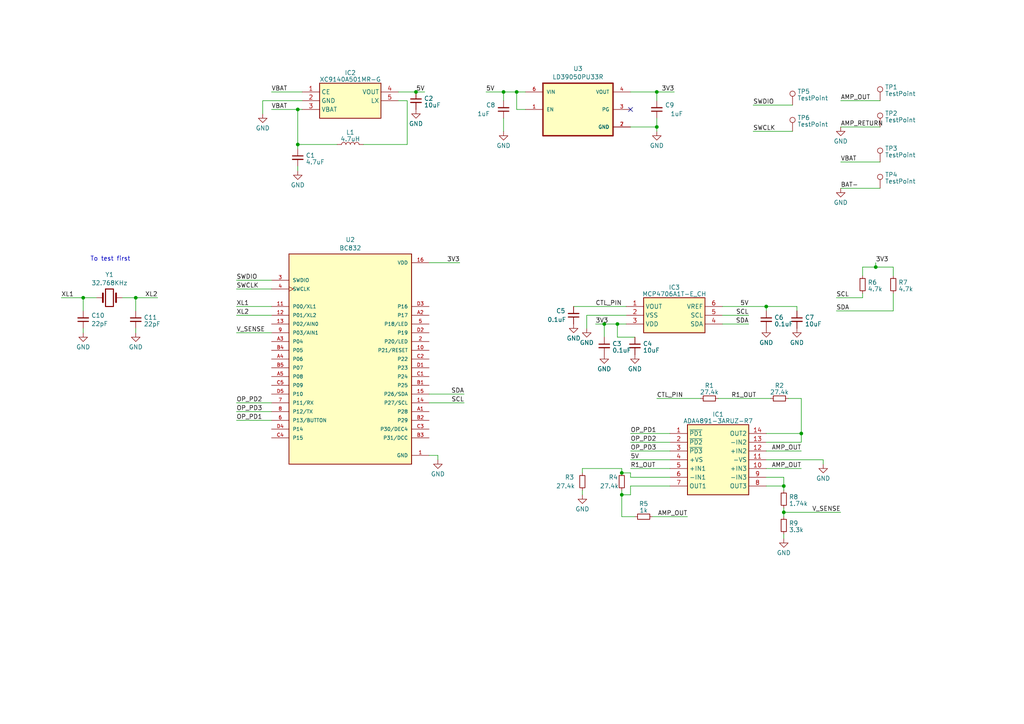
<source format=kicad_sch>
(kicad_sch (version 20231120) (generator "eeschema") (generator_version "8.0")
  (paper "A4")
  (lib_symbols
    (symbol "Connector:TestPoint" (pin_numbers hide) (pin_names (offset 0.762) hide)
      (property "Reference" "TP" (at 0 6.858 0))
      (property "Value" "TestPoint" (at 0 5.08 0))
      (symbol "TestPoint_0_1"
        (circle (center 0 3.302) (radius 0.762))
      )
      (symbol "TestPoint_1_1"
        (pin passive line (at 0 0 90) (length 2.54) (name "1") (number "1"))
      )
    )
    (symbol "Custom:ADA4891-3ARUZ-R7"
      (property "Reference" "IC" (at 24.13 7.62 0))
      (property "Value" "ADA4891-3ARUZ-R7" (at 24.13 5.08 0))
      (symbol "ADA4891-3ARUZ-R7_1_1"
        (rectangle (start 5.08 2.54) (end 22.86 -17.78) (stroke (width 0.254)) (fill (type background)))
        (pin passive line (at 0 0 0) (length 5.08) (name "~{PD1}") (number "1"))
        (pin passive line (at 27.94 -10.16 180) (length 5.08) (name "+IN3") (number "10"))
        (pin passive line (at 27.94 -7.62 180) (length 5.08) (name "-VS") (number "11"))
        (pin passive line (at 27.94 -5.08 180) (length 5.08) (name "+IN2") (number "12"))
        (pin passive line (at 27.94 -2.54 180) (length 5.08) (name "-IN2") (number "13"))
        (pin passive line (at 27.94 0 180) (length 5.08) (name "OUT2") (number "14"))
        (pin passive line (at 0 -2.54 0) (length 5.08) (name "~{PD2}") (number "2"))
        (pin passive line (at 0 -5.08 0) (length 5.08) (name "~{PD3}") (number "3"))
        (pin passive line (at 0 -7.62 0) (length 5.08) (name "+VS") (number "4"))
        (pin passive line (at 0 -10.16 0) (length 5.08) (name "+IN1") (number "5"))
        (pin passive line (at 0 -12.7 0) (length 5.08) (name "-IN1") (number "6"))
        (pin passive line (at 0 -15.24 0) (length 5.08) (name "OUT1") (number "7"))
        (pin passive line (at 27.94 -15.24 180) (length 5.08) (name "OUT3") (number "8"))
        (pin passive line (at 27.94 -12.7 180) (length 5.08) (name "-IN3") (number "9"))
      )
    )
    (symbol "Custom:MCP4706A1T-E_CH"
      (property "Reference" "IC" (at 24.13 7.62 0))
      (property "Value" "MCP4706A1T-E_CH" (at 24.13 5.08 0))
      (symbol "MCP4706A1T-E_CH_1_1"
        (rectangle (start 5.08 2.54) (end 22.86 -7.62) (stroke (width 0.254)) (fill (type background)))
        (pin passive line (at 0 0 0) (length 5.08) (name "VOUT") (number "1"))
        (pin passive line (at 0 -2.54 0) (length 5.08) (name "VSS") (number "2"))
        (pin passive line (at 0 -5.08 0) (length 5.08) (name "VDD") (number "3"))
        (pin passive line (at 27.94 -5.08 180) (length 5.08) (name "SDA") (number "4"))
        (pin passive line (at 27.94 -2.54 180) (length 5.08) (name "SCL") (number "5"))
        (pin passive line (at 27.94 0 180) (length 5.08) (name "VREF") (number "6"))
      )
    )
    (symbol "Custom:XC9140A501MR-G"
      (property "Reference" "IC" (at 24.13 7.62 0))
      (property "Value" "XC9140A501MR-G" (at 24.13 5.08 0))
      (symbol "XC9140A501MR-G_1_1"
        (rectangle (start 5.08 2.54) (end 22.86 -7.62) (stroke (width 0.254)) (fill (type background)))
        (pin passive line (at 0 0 0) (length 5.08) (name "CE") (number "1"))
        (pin passive line (at 0 -2.54 0) (length 5.08) (name "GND") (number "2"))
        (pin passive line (at 0 -5.08 0) (length 5.08) (name "VBAT") (number "3"))
        (pin passive line (at 27.94 0 180) (length 5.08) (name "VOUT") (number "4"))
        (pin passive line (at 27.94 -2.54 180) (length 5.08) (name "LX") (number "5"))
      )
    )
    (symbol "Device:C_Small" (pin_numbers hide) (pin_names (offset 0.254) hide)
      (property "Reference" "C" (at 0.254 1.778 0))
      (property "Value" "C_Small" (at 0.254 -2.032 0))
      (symbol "C_Small_0_1"
        (polyline (pts (xy -1.524 -0.508) (xy 1.524 -0.508)) (stroke (width 0.3302)))
        (polyline (pts (xy -1.524 0.508) (xy 1.524 0.508)) (stroke (width 0.3048)))
      )
      (symbol "C_Small_1_1"
        (pin passive line (at 0 2.54 270) (length 2.032) (name "~") (number "1"))
        (pin passive line (at 0 -2.54 90) (length 2.032) (name "~") (number "2"))
      )
    )
    (symbol "Device:Crystal" (pin_numbers hide) (pin_names (offset 1.016) hide)
      (property "Reference" "Y" (at 0 3.81 0))
      (property "Value" "Crystal" (at 0 -3.81 0))
      (symbol "Crystal_0_1"
        (rectangle (start -1.143 2.54) (end 1.143 -2.54) (stroke (width 0.3048)))
        (polyline (pts (xy -2.54 0) (xy -1.905 0)))
        (polyline (pts (xy -1.905 -1.27) (xy -1.905 1.27)) (stroke (width 0.508)))
        (polyline (pts (xy 1.905 -1.27) (xy 1.905 1.27)) (stroke (width 0.508)))
        (polyline (pts (xy 2.54 0) (xy 1.905 0)))
      )
      (symbol "Crystal_1_1"
        (pin passive line (at -3.81 0 0) (length 1.27) (name "1") (number "1"))
        (pin passive line (at 3.81 0 180) (length 1.27) (name "2") (number "2"))
      )
    )
    (symbol "Device:L" (pin_numbers hide) (pin_names (offset 1.016) hide)
      (property "Reference" "L" (at -1.27 0 90))
      (property "Value" "L" (at 1.905 0 90))
      (symbol "L_0_1"
        (arc (start 0 -2.54) (mid 0.6323 -1.905) (end 0 -1.27))
        (arc (start 0 -1.27) (mid 0.6323 -0.635) (end 0 0))
        (arc (start 0 0) (mid 0.6323 0.635) (end 0 1.27))
        (arc (start 0 1.27) (mid 0.6323 1.905) (end 0 2.54))
      )
      (symbol "L_1_1"
        (pin passive line (at 0 3.81 270) (length 1.27) (name "1") (number "1"))
        (pin passive line (at 0 -3.81 90) (length 1.27) (name "2") (number "2"))
      )
    )
    (symbol "Device:R_Small" (pin_numbers hide) (pin_names (offset 0.254) hide)
      (property "Reference" "R" (at 0.762 0.508 0))
      (property "Value" "R_Small" (at 0.762 -1.016 0))
      (symbol "R_Small_0_1"
        (rectangle (start -0.762 1.778) (end 0.762 -1.778) (stroke (width 0.2032)))
      )
      (symbol "R_Small_1_1"
        (pin passive line (at 0 2.54 270) (length 0.762) (name "~") (number "1"))
        (pin passive line (at 0 -2.54 90) (length 0.762) (name "~") (number "2"))
      )
    )
    (symbol "custom:BC832" (pin_names (offset 1.016))
      (property "Reference" "U" (at -17.78 30.988 0))
      (property "Value" "BC832" (at -17.78 -33.02 0))
      (symbol "BC832_0_0"
        (rectangle (start -17.78 -30.48) (end 17.78 30.48) (stroke (width 0.254)) (fill (type background)))
        (pin power_in line (at 22.86 -27.94 180) (length 5.08) (name "GND") (number "1"))
        (pin bidirectional line (at 22.86 2.54 180) (length 5.08) (name "P21/RESET") (number "10"))
        (pin bidirectional line (at -22.86 15.24 0) (length 5.08) (name "P00/XL1") (number "11"))
        (pin bidirectional line (at -22.86 12.7 0) (length 5.08) (name "P01/XL2") (number "12"))
        (pin bidirectional line (at -22.86 10.16 0) (length 5.08) (name "P02/AIN0") (number "13"))
        (pin bidirectional line (at 22.86 -12.7 180) (length 5.08) (name "P27/SCL") (number "14"))
        (pin bidirectional line (at 22.86 -10.16 180) (length 5.08) (name "P26/SDA") (number "15"))
        (pin power_in line (at 22.86 27.94 180) (length 5.08) (name "VDD") (number "16"))
        (pin bidirectional line (at 22.86 5.08 180) (length 5.08) (name "P20/LED") (number "2"))
        (pin bidirectional line (at -22.86 22.86 0) (length 5.08) (name "SWDIO") (number "3"))
        (pin bidirectional clock (at -22.86 20.32 0) (length 5.08) (name "SWCLK") (number "4"))
        (pin bidirectional line (at 22.86 10.16 180) (length 5.08) (name "P18/LED") (number "5"))
        (pin bidirectional line (at -22.86 -17.78 0) (length 5.08) (name "P13/BUTTON") (number "6"))
        (pin bidirectional line (at -22.86 -12.7 0) (length 5.08) (name "P11/RX") (number "7"))
        (pin bidirectional line (at -22.86 -15.24 0) (length 5.08) (name "P12/TX") (number "8"))
        (pin bidirectional line (at -22.86 7.62 0) (length 5.08) (name "P03/AIN1") (number "9"))
        (pin bidirectional line (at 22.86 -15.24 180) (length 5.08) (name "P28") (number "A1"))
        (pin bidirectional line (at 22.86 12.7 180) (length 5.08) (name "P17") (number "A2"))
        (pin bidirectional line (at -22.86 5.08 0) (length 5.08) (name "P04") (number "A3"))
        (pin bidirectional line (at -22.86 0 0) (length 5.08) (name "P06") (number "A4"))
        (pin bidirectional line (at -22.86 -5.08 0) (length 5.08) (name "P08") (number "A5"))
        (pin bidirectional line (at 22.86 -7.62 180) (length 5.08) (name "P25") (number "B1"))
        (pin bidirectional line (at 22.86 -17.78 180) (length 5.08) (name "P29") (number "B2"))
        (pin bidirectional line (at 22.86 -22.86 180) (length 5.08) (name "P31/DCC") (number "B3"))
        (pin bidirectional line (at -22.86 2.54 0) (length 5.08) (name "P05") (number "B4"))
        (pin bidirectional line (at -22.86 -2.54 0) (length 5.08) (name "P07") (number "B5"))
        (pin bidirectional line (at 22.86 -5.08 180) (length 5.08) (name "P24") (number "C1"))
        (pin bidirectional line (at 22.86 0 180) (length 5.08) (name "P22") (number "C2"))
        (pin bidirectional line (at 22.86 -20.32 180) (length 5.08) (name "P30/DEC4") (number "C3"))
        (pin bidirectional line (at -22.86 -22.86 0) (length 5.08) (name "P15") (number "C4"))
        (pin bidirectional line (at -22.86 -7.62 0) (length 5.08) (name "P09") (number "C5"))
        (pin bidirectional line (at 22.86 -2.54 180) (length 5.08) (name "P23") (number "D1"))
        (pin bidirectional line (at 22.86 7.62 180) (length 5.08) (name "P19") (number "D2"))
        (pin bidirectional line (at 22.86 15.24 180) (length 5.08) (name "P16") (number "D3"))
        (pin bidirectional line (at -22.86 -20.32 0) (length 5.08) (name "P14") (number "D4"))
        (pin bidirectional line (at -22.86 -10.16 0) (length 5.08) (name "P10") (number "D5"))
      )
    )
    (symbol "custom:LD39050PU33R" (pin_names (offset 1.016))
      (property "Reference" "U" (at -10.16 8.6106 0))
      (property "Value" "LD39050PU33R" (at -10.16 -11.6078 0))
      (symbol "LD39050PU33R_0_0"
        (rectangle (start -10.16 7.62) (end 10.16 -7.62) (stroke (width 0.4064)) (fill (type background)))
        (pin input line (at -15.24 0 0) (length 5.08) (name "EN") (number "1"))
        (pin power_in line (at 15.24 -5.08 180) (length 5.08) (name "GND") (number "2"))
        (pin bidirectional line (at 15.24 0 180) (length 5.08) (name "PG") (number "3"))
        (pin output line (at 15.24 5.08 180) (length 5.08) (name "VOUT") (number "4"))
        (pin power_in line (at -15.24 5.08 0) (length 5.08) (name "VIN") (number "6"))
        (pin power_in line (at 15.24 -5.08 180) (length 5.08) (name "GND") (number "7"))
      )
    )
    (symbol "power:GND" (power) (pin_names (offset 0))
      (property "Value" "GND" (at 0 -3.81 0))
      (symbol "GND_0_1"
        (polyline (pts (xy 0 0) (xy 0 -1.27) (xy 1.27 -1.27) (xy 0 -2.54) (xy -1.27 -1.27) (xy 0 -1.27)))
      )
      (symbol "GND_1_1"
        (pin power_in line (at 0 0 270) (length 0) hide (name "GND") (number "1"))
      )
    )
  )
  (junction (at 222.25 88.9))
  (junction (at 175.26 93.98))
  (junction (at 180.34 143.51))
  (junction (at 86.36 41.91))
  (junction (at 86.36 31.75))
  (junction (at 146.05 26.67))
  (junction (at 227.33 140.97))
  (junction (at 120.65 26.67))
  (junction (at 190.5 36.83))
  (junction (at 179.07 93.98))
  (junction (at 24.13 86.36))
  (junction (at 232.41 125.73))
  (junction (at 39.37 86.36))
  (junction (at 149.86 26.67))
  (junction (at 190.5 26.67))
  (junction (at 227.33 148.59))
  (junction (at 254 77.47))
  (junction (at 180.34 137.16))
  (no_connect (at 182.88 31.75))
  (wire (pts (xy 168.91 135.89) (xy 180.34 135.89)))
  (wire (pts (xy 68.58 81.28) (xy 78.74 81.28)))
  (wire (pts (xy 168.91 135.89) (xy 168.91 137.16)))
  (wire (pts (xy 182.88 128.27) (xy 194.31 128.27)))
  (wire (pts (xy 175.26 97.79) (xy 175.26 93.98)))
  (wire (pts (xy 222.25 88.9) (xy 222.25 90.17)))
  (wire (pts (xy 209.55 88.9) (xy 222.25 88.9)))
  (wire (pts (xy 166.37 88.9) (xy 181.61 88.9)))
  (wire (pts (xy 39.37 95.25) (xy 39.37 96.52)))
  (wire (pts (xy 78.74 121.92) (xy 68.58 121.92)))
  (wire (pts (xy 243.84 46.99) (xy 255.27 46.99)))
  (wire (pts (xy 227.33 147.32) (xy 227.33 148.59)))
  (wire (pts (xy 182.88 26.67) (xy 190.5 26.67)))
  (wire (pts (xy 182.88 143.51) (xy 182.88 140.97)))
  (wire (pts (xy 182.88 36.83) (xy 190.5 36.83)))
  (wire (pts (xy 17.78 86.36) (xy 24.13 86.36)))
  (wire (pts (xy 118.11 29.21) (xy 115.57 29.21)))
  (wire (pts (xy 39.37 86.36) (xy 35.56 86.36)))
  (wire (pts (xy 190.5 26.67) (xy 195.58 26.67)))
  (wire (pts (xy 181.61 91.44) (xy 170.18 91.44)))
  (wire (pts (xy 254 77.47) (xy 259.08 77.47)))
  (wire (pts (xy 250.19 85.09) (xy 250.19 86.36)))
  (wire (pts (xy 232.41 125.73) (xy 222.25 125.73)))
  (wire (pts (xy 175.26 93.98) (xy 179.07 93.98)))
  (wire (pts (xy 209.55 93.98) (xy 217.17 93.98)))
  (wire (pts (xy 118.11 41.91) (xy 118.11 29.21)))
  (wire (pts (xy 222.25 140.97) (xy 227.33 140.97)))
  (wire (pts (xy 146.05 38.1) (xy 146.05 34.29)))
  (wire (pts (xy 146.05 26.67) (xy 146.05 29.21)))
  (wire (pts (xy 238.76 134.62) (xy 238.76 133.35)))
  (wire (pts (xy 190.5 115.57) (xy 203.2 115.57)))
  (wire (pts (xy 78.74 119.38) (xy 68.58 119.38)))
  (wire (pts (xy 190.5 36.83) (xy 190.5 34.29)))
  (wire (pts (xy 222.25 135.89) (xy 232.41 135.89)))
  (wire (pts (xy 24.13 95.25) (xy 24.13 96.52)))
  (wire (pts (xy 105.41 41.91) (xy 118.11 41.91)))
  (wire (pts (xy 228.6 115.57) (xy 232.41 115.57)))
  (wire (pts (xy 222.25 88.9) (xy 231.14 88.9)))
  (wire (pts (xy 127 132.08) (xy 127 133.35)))
  (wire (pts (xy 170.18 91.44) (xy 170.18 95.25)))
  (wire (pts (xy 180.34 149.86) (xy 180.34 143.51)))
  (wire (pts (xy 149.86 26.67) (xy 146.05 26.67)))
  (wire (pts (xy 190.5 38.1) (xy 190.5 36.83)))
  (wire (pts (xy 182.88 138.43) (xy 182.88 137.16)))
  (wire (pts (xy 146.05 26.67) (xy 140.97 26.67)))
  (wire (pts (xy 231.14 88.9) (xy 231.14 90.17)))
  (wire (pts (xy 180.34 143.51) (xy 182.88 143.51)))
  (wire (pts (xy 86.36 43.18) (xy 86.36 41.91)))
  (wire (pts (xy 68.58 88.9) (xy 78.74 88.9)))
  (wire (pts (xy 227.33 154.94) (xy 227.33 156.21)))
  (wire (pts (xy 86.36 31.75) (xy 87.63 31.75)))
  (wire (pts (xy 184.15 97.79) (xy 179.07 97.79)))
  (wire (pts (xy 182.88 133.35) (xy 194.31 133.35)))
  (wire (pts (xy 259.08 77.47) (xy 259.08 80.01)))
  (wire (pts (xy 232.41 128.27) (xy 232.41 125.73)))
  (wire (pts (xy 182.88 135.89) (xy 194.31 135.89)))
  (wire (pts (xy 180.34 142.24) (xy 180.34 143.51)))
  (wire (pts (xy 180.34 149.86) (xy 184.15 149.86)))
  (wire (pts (xy 218.44 38.1) (xy 229.87 38.1)))
  (wire (pts (xy 78.74 31.75) (xy 86.36 31.75)))
  (wire (pts (xy 222.25 130.81) (xy 232.41 130.81)))
  (wire (pts (xy 78.74 116.84) (xy 68.58 116.84)))
  (wire (pts (xy 190.5 26.67) (xy 190.5 29.21)))
  (wire (pts (xy 218.44 30.48) (xy 229.87 30.48)))
  (wire (pts (xy 250.19 77.47) (xy 250.19 80.01)))
  (wire (pts (xy 86.36 48.26) (xy 86.36 49.53)))
  (wire (pts (xy 242.57 90.17) (xy 259.08 90.17)))
  (wire (pts (xy 172.72 93.98) (xy 175.26 93.98)))
  (wire (pts (xy 250.19 77.47) (xy 254 77.47)))
  (wire (pts (xy 124.46 114.3) (xy 134.62 114.3)))
  (wire (pts (xy 86.36 31.75) (xy 86.36 41.91)))
  (wire (pts (xy 182.88 125.73) (xy 194.31 125.73)))
  (wire (pts (xy 168.91 142.24) (xy 168.91 143.51)))
  (wire (pts (xy 76.2 29.21) (xy 76.2 33.02)))
  (wire (pts (xy 124.46 76.2) (xy 133.35 76.2)))
  (wire (pts (xy 254 76.2) (xy 254 77.47)))
  (wire (pts (xy 149.86 31.75) (xy 149.86 26.67)))
  (wire (pts (xy 232.41 115.57) (xy 232.41 125.73)))
  (wire (pts (xy 250.19 86.36) (xy 242.57 86.36)))
  (wire (pts (xy 189.23 149.86) (xy 199.39 149.86)))
  (wire (pts (xy 180.34 135.89) (xy 180.34 137.16)))
  (wire (pts (xy 238.76 133.35) (xy 222.25 133.35)))
  (wire (pts (xy 182.88 130.81) (xy 194.31 130.81)))
  (wire (pts (xy 222.25 128.27) (xy 232.41 128.27)))
  (wire (pts (xy 179.07 97.79) (xy 179.07 93.98)))
  (wire (pts (xy 182.88 140.97) (xy 194.31 140.97)))
  (wire (pts (xy 68.58 83.82) (xy 78.74 83.82)))
  (wire (pts (xy 87.63 29.21) (xy 76.2 29.21)))
  (wire (pts (xy 68.58 91.44) (xy 78.74 91.44)))
  (wire (pts (xy 45.72 86.36) (xy 39.37 86.36)))
  (wire (pts (xy 208.28 115.57) (xy 223.52 115.57)))
  (wire (pts (xy 243.84 36.83) (xy 255.27 36.83)))
  (wire (pts (xy 227.33 138.43) (xy 227.33 140.97)))
  (wire (pts (xy 24.13 86.36) (xy 27.94 86.36)))
  (wire (pts (xy 209.55 91.44) (xy 217.17 91.44)))
  (wire (pts (xy 243.84 54.61) (xy 255.27 54.61)))
  (wire (pts (xy 227.33 148.59) (xy 243.84 148.59)))
  (wire (pts (xy 194.31 138.43) (xy 182.88 138.43)))
  (wire (pts (xy 227.33 140.97) (xy 227.33 142.24)))
  (wire (pts (xy 120.65 26.67) (xy 123.19 26.67)))
  (wire (pts (xy 243.84 29.21) (xy 255.27 29.21)))
  (wire (pts (xy 115.57 26.67) (xy 120.65 26.67)))
  (wire (pts (xy 39.37 86.36) (xy 39.37 90.17)))
  (wire (pts (xy 24.13 86.36) (xy 24.13 90.17)))
  (wire (pts (xy 134.62 116.84) (xy 124.46 116.84)))
  (wire (pts (xy 152.4 26.67) (xy 149.86 26.67)))
  (wire (pts (xy 179.07 93.98) (xy 181.61 93.98)))
  (wire (pts (xy 78.74 26.67) (xy 87.63 26.67)))
  (wire (pts (xy 152.4 31.75) (xy 149.86 31.75)))
  (wire (pts (xy 222.25 138.43) (xy 227.33 138.43)))
  (wire (pts (xy 227.33 148.59) (xy 227.33 149.86)))
  (wire (pts (xy 86.36 41.91) (xy 97.79 41.91)))
  (wire (pts (xy 78.74 96.52) (xy 68.58 96.52)))
  (wire (pts (xy 124.46 132.08) (xy 127 132.08)))
  (wire (pts (xy 182.88 137.16) (xy 180.34 137.16)))
  (wire (pts (xy 259.08 90.17) (xy 259.08 85.09)))
  (text "To test first" (at 32.004 75.184 0) (effects (font (size 1.27 1.27))))
  (label "SDA" (at 242.57 90.17 0))
  (label "5V" (at 123.19 26.67 180))
  (label "5V" (at 182.88 133.35 0))
  (label "AMP_RETURN" (at 243.84 36.83 0))
  (label "5V" (at 140.97 26.67 0))
  (label "VBAT" (at 78.74 26.67 0))
  (label "CTL_PIN" (at 190.5 115.57 0))
  (label "AMP_OUT" (at 232.41 130.81 180))
  (label "OP_PD2" (at 182.88 128.27 0))
  (label "SWCLK" (at 68.58 83.82 0))
  (label "SWDIO" (at 68.58 81.28 0))
  (label "5V" (at 217.17 88.9 180))
  (label "XL2" (at 68.58 91.44 0))
  (label "OP_PD2" (at 68.58 116.84 0))
  (label "OP_PD3" (at 68.58 119.38 0))
  (label "R1_OUT" (at 212.09 115.57 0))
  (label "XL2" (at 45.72 86.36 180))
  (label "XL1" (at 17.78 86.36 0))
  (label "V_SENSE" (at 68.58 96.52 0))
  (label "R1_OUT" (at 182.88 135.89 0))
  (label "3V3" (at 195.58 26.67 180))
  (label "SWDIO" (at 218.44 30.48 0))
  (label "3V3" (at 172.72 93.98 0))
  (label "V_SENSE" (at 243.84 148.59 180))
  (label "VBAT" (at 78.74 31.75 0))
  (label "SCL" (at 134.62 116.84 180))
  (label "AMP_OUT" (at 232.41 135.89 180))
  (label "SCL" (at 217.17 91.44 180))
  (label "SDA" (at 134.62 114.3 180))
  (label "BAT-" (at 243.84 54.61 0))
  (label "AMP_OUT" (at 199.39 149.86 180))
  (label "OP_PD3" (at 182.88 130.81 0))
  (label "OP_PD1" (at 68.58 121.92 0))
  (label "3V3" (at 254 76.2 0))
  (label "VBAT" (at 243.84 46.99 0))
  (label "AMP_OUT" (at 243.84 29.21 0))
  (label "SWCLK" (at 218.44 38.1 0))
  (label "XL1" (at 68.58 88.9 0))
  (label "SDA" (at 217.17 93.98 180))
  (label "SCL" (at 242.57 86.36 0))
  (label "OP_PD1" (at 182.88 125.73 0))
  (label "3V3" (at 133.35 76.2 180))
  (label "CTL_PIN" (at 172.72 88.9 0))
  (symbol (lib_id "Device:L") (at 101.6 41.91 90) (unit 1)
    (property "Reference" "L1" (at 101.6 38.3947 90))
    (property "Value" "4.7uH" (at 101.6 40.3157 90))
    (property "Footprint" "Inductor_SMD:L_1008_2520Metric" (effects (hide yes)))
    (property "Datasheet" "https://www.mouser.com/ProductDetail/Murata-Electronics/1239AS-H-4R7M%3dP2?qs=KuGPmAKtFKX7SH37MciNXQ%3D%3D" (effects (hide yes)))
  )
  (symbol (lib_id "power:GND") (at 168.91 143.51 0) (unit 1)
    (property "Reference" "#PWR05" (effects (hide yes)))
    (property "Value" "GND" (at 168.91 147.6455 0))
  )
  (symbol (lib_id "Device:C_Small") (at 120.65 29.21 0) (unit 1)
    (property "Reference" "C2" (at 122.9741 28.5726 0) (effects (justify left)))
    (property "Value" "10uF" (at 122.9741 30.4936 0) (effects (justify left)))
    (property "Footprint" "Capacitor_SMD:C_0603_1608Metric" (effects (hide yes)))
    (property "Datasheet" "https://www.mouser.com/ProductDetail/TAIYO-YUDEN/LMK107BJ106MALTD?qs=PzICbMaShUde1djJr8Be9g%3D%3D" (effects (hide yes)))
    (property "Part#" "LMK107BJ106MA" (effects (hide yes)))
  )
  (symbol (lib_id "Device:C_Small") (at 184.15 100.33 0) (unit 1)
    (property "Reference" "C4" (at 186.4741 99.6926 0) (effects (justify left)))
    (property "Value" "10uF" (at 186.4741 101.6136 0) (effects (justify left)))
    (property "Footprint" "Capacitor_SMD:C_0603_1608Metric" (effects (hide yes)))
    (property "Datasheet" "https://www.mouser.com/ProductDetail/TAIYO-YUDEN/LMK107BJ106MALTD?qs=PzICbMaShUde1djJr8Be9g%3D%3D" (effects (hide yes)))
    (property "Part#" "LMK107BJ106MA" (effects (hide yes)))
  )
  (symbol (lib_id "Connector:TestPoint") (at 255.27 54.61 0) (unit 1)
    (property "Reference" "TP4" (at 256.667 50.6643 0) (effects (justify left)))
    (property "Value" "TestPoint" (at 256.667 52.5853 0) (effects (justify left)))
    (property "Footprint" "TestPoint:TestPoint_Pad_D1.0mm" (effects (hide yes)))
  )
  (symbol (lib_id "Device:R_Small") (at 168.91 139.7 180) (unit 1)
    (property "Reference" "R3" (at 163.83 138.43 0) (effects (justify right)))
    (property "Value" "27.4k" (at 161.29 140.97 0) (effects (justify right)))
    (property "Footprint" "Resistor_SMD:R_0603_1608Metric" (effects (hide yes)))
    (property "Datasheet" "https://www.mouser.com/ProductDetail/YAGEO/RT0603DRE0727K4L?qs=4CyHz7GXqShWwyUPbDFL8w%3D%3D" (effects (hide yes)))
    (property "Part#" "RT0603DRE0727K4L" (effects (hide yes)))
  )
  (symbol (lib_id "Device:C_Small") (at 166.37 91.44 180) (unit 1)
    (property "Reference" "C5" (at 161.29 90.17 0) (effects (justify right)))
    (property "Value" "0.1uF" (at 158.75 92.71 0) (effects (justify right)))
    (property "Footprint" "Capacitor_SMD:C_0603_1608Metric" (effects (hide yes)))
    (property "Datasheet" "https://www.mouser.com/ProductDetail/KEMET/C0603C104K3RAC7411?qs=r%2FVmNO8Tjq6Matx6ROGtdA%3D%3D" (effects (hide yes)))
    (property "Part#" "C0603C104K3RAC7411" (effects (hide yes)))
  )
  (symbol (lib_id "Device:C_Small") (at 146.05 31.75 180) (unit 1)
    (property "Reference" "C8" (at 140.97 30.48 0) (effects (justify right)))
    (property "Value" "1uF" (at 138.43 33.02 0) (effects (justify right)))
    (property "Footprint" "Capacitor_SMD:C_0603_1608Metric" (effects (hide yes)))
  )
  (symbol (lib_id "Custom:XC9140A501MR-G") (at 87.63 26.67 0) (unit 1)
    (property "Reference" "IC2" (at 101.6 21.1201 0))
    (property "Value" "XC9140A501MR-G" (at 101.6 23.0411 0))
    (property "Footprint" "custom:SOT-25-5" (effects (hide yes)))
    (property "Height" "1.3" (effects (hide yes)))
    (property "Mouser Part Number" "865-XC9140A501MR-G" (effects (hide yes)))
    (property "Mouser Price/Stock" "https://www.mouser.com/ProductDetail/Torex-Semiconductor/XC9140A501MR-G?qs=AsjdqWjXhJ8xw9tvUM0FMA%3D%3D" (effects (hide yes)))
    (property "Manufacturer_Name" "Torex" (effects (hide yes)))
    (property "Manufacturer_Part_Number" "XC9140A501MR-G" (effects (hide yes)))
  )
  (symbol (lib_id "power:GND") (at 231.14 95.25 0) (unit 1)
    (property "Reference" "#PWR013" (effects (hide yes)))
    (property "Value" "GND" (at 231.14 99.3855 0))
  )
  (symbol (lib_id "Device:R_Small") (at 250.19 82.55 0) (unit 1)
    (property "Reference" "R6" (at 251.6886 81.9063 0) (effects (justify left)))
    (property "Value" "4.7k" (at 251.6886 83.8273 0) (effects (justify left)))
    (property "Footprint" "Resistor_SMD:R_0603_1608Metric" (effects (hide yes)))
    (property "Datasheet" "https://www.mouser.com/ProductDetail/YAGEO/RT0603FRE074K7L?qs=%2Ff7pOCXLR5dzWBrKvQlvkA%3D%3D" (effects (hide yes)))
    (property "Part#" "RT0603FRE074K7L" (effects (hide yes)))
  )
  (symbol (lib_id "power:GND") (at 175.26 102.87 0) (unit 1)
    (property "Reference" "#PWR09" (effects (hide yes)))
    (property "Value" "GND" (at 175.26 107.0055 0))
  )
  (symbol (lib_id "Device:C_Small") (at 39.37 92.71 0) (unit 1)
    (property "Reference" "C11" (at 41.6941 92.0726 0) (effects (justify left)))
    (property "Value" "22pF" (at 41.6941 93.9936 0) (effects (justify left)))
    (property "Footprint" "Capacitor_SMD:C_0603_1608Metric" (effects (hide yes)))
  )
  (symbol (lib_id "Connector:TestPoint") (at 255.27 29.21 0) (unit 1)
    (property "Reference" "TP1" (at 256.667 25.2643 0) (effects (justify left)))
    (property "Value" "TestPoint" (at 256.667 27.1853 0) (effects (justify left)))
    (property "Footprint" "TestPoint:TestPoint_Pad_D1.0mm" (effects (hide yes)))
  )
  (symbol (lib_id "Connector:TestPoint") (at 255.27 46.99 0) (unit 1)
    (property "Reference" "TP3" (at 256.667 43.0443 0) (effects (justify left)))
    (property "Value" "TestPoint" (at 256.667 44.9653 0) (effects (justify left)))
    (property "Footprint" "TestPoint:TestPoint_Pad_D1.0mm" (effects (hide yes)))
  )
  (symbol (lib_id "Device:C_Small") (at 24.13 92.71 180) (unit 1)
    (property "Reference" "C10" (at 26.4541 91.4914 0) (effects (justify right)))
    (property "Value" "22pF" (at 26.4541 93.9157 0) (effects (justify right)))
    (property "Footprint" "Capacitor_SMD:C_0603_1608Metric" (effects (hide yes)))
  )
  (symbol (lib_id "Device:C_Small") (at 222.25 92.71 0) (unit 1)
    (property "Reference" "C6" (at 224.5741 92.0726 0) (effects (justify left)))
    (property "Value" "0.1uF" (at 224.5741 93.9936 0) (effects (justify left)))
    (property "Footprint" "Capacitor_SMD:C_0603_1608Metric" (effects (hide yes)))
    (property "Datasheet" "https://www.mouser.com/ProductDetail/KEMET/C0603C104K3RAC7411?qs=r%2FVmNO8Tjq6Matx6ROGtdA%3D%3D" (effects (hide yes)))
    (property "Part#" "C0603C104K3RAC7411" (effects (hide yes)))
  )
  (symbol (lib_id "Custom:ADA4891-3ARUZ-R7") (at 194.31 125.73 0) (unit 1)
    (property "Reference" "IC1" (at 208.28 120.1801 0))
    (property "Value" "ADA4891-3ARUZ-R7" (at 208.28 122.1011 0))
    (property "Footprint" "custom:SOP65P640X120-14N" (effects (hide yes)))
    (property "Datasheet" "http://componentsearchengine.com/Datasheets/1/ADA4891-3ARUZ-R7.pdf" (effects (hide yes)))
    (property "Height" "1.2" (effects (hide yes)))
    (property "Mouser Part Number" "584-ADA4891-3ARUZ-R7" (effects (hide yes)))
    (property "Mouser Price/Stock" "https://www.mouser.com/ProductDetail/Analog-Devices/ADA4891-3ARUZ-R7?qs=BpaRKvA4VqEnnGc%2FP8R70A%3D%3D" (effects (hide yes)))
    (property "Manufacturer_Name" "Analog Devices" (effects (hide yes)))
    (property "Manufacturer_Part_Number" "ADA4891-3ARUZ-R7" (effects (hide yes)))
  )
  (symbol (lib_id "Device:C_Small") (at 190.5 31.75 0) (mirror x) (unit 1)
    (property "Reference" "C9" (at 195.58 30.48 0) (effects (justify right)))
    (property "Value" "1uF" (at 198.12 33.02 0) (effects (justify right)))
    (property "Footprint" "Capacitor_SMD:C_0603_1608Metric" (effects (hide yes)))
  )
  (symbol (lib_id "power:GND") (at 76.2 33.02 0) (unit 1)
    (property "Reference" "#PWR01" (effects (hide yes)))
    (property "Value" "GND" (at 76.2 37.1555 0))
  )
  (symbol (lib_id "power:GND") (at 227.33 156.21 0) (unit 1)
    (property "Reference" "#PWR016" (effects (hide yes)))
    (property "Value" "GND" (at 227.33 160.3455 0))
  )
  (symbol (lib_id "custom:LD39050PU33R") (at 167.64 31.75 0) (unit 1)
    (property "Reference" "U3" (at 167.64 19.9093 0))
    (property "Value" "LD39050PU33R" (at 167.64 22.3336 0))
    (property "Footprint" "custom:SON95P300X300X100-7N" (effects (hide yes)))
    (property "Datasheet" "https://www.st.com/resource/en/datasheet/ld39050.pdf" (effects (hide yes)))
    (property "Description" "3V3 LDO 500 mA low quiescent current and low noise voltage regulator" (effects (hide yes)))
    (property "Field4" "STMicroelectronics" (effects (hide yes)))
    (property "Field5" "https://www.digikey.ph/product-detail/en/stmicroelectronics/LD39050PU33R/497-8716-1-ND/2039901?utm_source=snapeda&utm_medium=aggregator&utm_campaign=symbol" (effects (hide yes)))
    (property "Field6" "DFN-6 STMicroelectronics" (effects (hide yes)))
    (property "Field7" "497-8716-1-ND" (effects (hide yes)))
    (property "Field8" "LD39050PU33R" (effects (hide yes)))
  )
  (symbol (lib_id "Device:R_Small") (at 227.33 152.4 0) (unit 1)
    (property "Reference" "R9" (at 228.8286 151.7563 0) (effects (justify left)))
    (property "Value" "3.3k" (at 228.8286 153.6773 0) (effects (justify left)))
    (property "Footprint" "Resistor_SMD:R_0603_1608Metric" (effects (hide yes)))
    (property "Datasheet" "https://www.mouser.com/ProductDetail/KOA-Speer/RN73R1JTTD3301B25?qs=sGAEpiMZZMvdGkrng054tz3%252BeNFGeSG0jONu4doLgiShUyUyCw06hQ%3D%3D" (effects (hide yes)))
    (property "Part#" "RT0603DRE0727K4L" (effects (hide yes)))
  )
  (symbol (lib_id "Connector:TestPoint") (at 229.87 30.48 0) (unit 1)
    (property "Reference" "TP5" (at 231.267 26.5343 0) (effects (justify left)))
    (property "Value" "TestPoint" (at 231.267 28.4553 0) (effects (justify left)))
    (property "Footprint" "TestPoint:TestPoint_Pad_D1.0mm" (effects (hide yes)))
  )
  (symbol (lib_id "power:GND") (at 243.84 54.61 0) (unit 1)
    (property "Reference" "#PWR07" (effects (hide yes)))
    (property "Value" "GND" (at 243.84 58.7455 0))
  )
  (symbol (lib_id "power:GND") (at 166.37 93.98 0) (unit 1)
    (property "Reference" "#PWR011" (effects (hide yes)))
    (property "Value" "GND" (at 166.37 98.1155 0))
  )
  (symbol (lib_id "Device:C_Small") (at 86.36 45.72 0) (unit 1)
    (property "Reference" "C1" (at 88.6841 45.0826 0) (effects (justify left)))
    (property "Value" "4.7uF" (at 88.6841 47.0036 0) (effects (justify left)))
    (property "Footprint" "Capacitor_SMD:C_0603_1608Metric" (effects (hide yes)))
    (property "Datasheet" "https://www.mouser.com/ProductDetail/TAIYO-YUDEN/LMK107BJ475MAHT?qs=vF%252B8ahGVile95bhfG0202g%3D%3D" (effects (hide yes)))
    (property "Part#" "LMK107BJ475MAHT" (effects (hide yes)))
  )
  (symbol (lib_id "power:GND") (at 190.5 38.1 0) (mirror y) (unit 1)
    (property "Reference" "#PWR018" (effects (hide yes)))
    (property "Value" "GND" (at 190.5 42.2355 0))
  )
  (symbol (lib_id "Custom:MCP4706A1T-E_CH") (at 181.61 88.9 0) (unit 1)
    (property "Reference" "IC3" (at 195.58 83.3501 0))
    (property "Value" "MCP4706A1T-E_CH" (at 195.58 85.2711 0))
    (property "Footprint" "custom:SOT-23-6" (effects (hide yes)))
    (property "Datasheet" "http://www.microchip.com/mymicrochip/filehandler.aspx?ddocname=en552842" (effects (hide yes)))
    (property "Height" "1.45" (effects (hide yes)))
    (property "Mouser Part Number" "579-MCP4706A1TECH" (effects (hide yes)))
    (property "Mouser Price/Stock" "https://www.mouser.com/ProductDetail/Microchip-Technology/MCP4706A1T-E-CH?qs=ggQiQSXuoRW1tqjMHeF9Gw%3D%3D" (effects (hide yes)))
    (property "Manufacturer_Name" "Microchip" (effects (hide yes)))
    (property "Manufacturer_Part_Number" "MCP4706A1T-E/CH" (effects (hide yes)))
  )
  (symbol (lib_id "power:GND") (at 39.37 96.52 0) (unit 1)
    (property "Reference" "#PWR015" (effects (hide yes)))
    (property "Value" "GND" (at 39.37 100.6555 0))
  )
  (symbol (lib_id "power:GND") (at 24.13 96.52 0) (unit 1)
    (property "Reference" "#PWR06" (effects (hide yes)))
    (property "Value" "GND" (at 24.13 100.6555 0))
  )
  (symbol (lib_id "Device:R_Small") (at 180.34 139.7 180) (unit 1)
    (property "Reference" "R4" (at 176.53 138.43 0) (effects (justify right)))
    (property "Value" "27.4k" (at 173.99 140.97 0) (effects (justify right)))
    (property "Footprint" "Resistor_SMD:R_0603_1608Metric" (effects (hide yes)))
    (property "Datasheet" "https://www.mouser.com/ProductDetail/YAGEO/RT0603DRE0727K4L?qs=4CyHz7GXqShWwyUPbDFL8w%3D%3D" (effects (hide yes)))
    (property "Part#" "RT0603DRE0727K4L" (effects (hide yes)))
  )
  (symbol (lib_id "Connector:TestPoint") (at 255.27 36.83 0) (unit 1)
    (property "Reference" "TP2" (at 256.667 32.8843 0) (effects (justify left)))
    (property "Value" "TestPoint" (at 256.667 34.8053 0) (effects (justify left)))
    (property "Footprint" "TestPoint:TestPoint_Pad_D1.0mm" (effects (hide yes)))
  )
  (symbol (lib_id "Device:C_Small") (at 231.14 92.71 0) (unit 1)
    (property "Reference" "C7" (at 233.4641 92.0726 0) (effects (justify left)))
    (property "Value" "10uF" (at 233.4641 93.9936 0) (effects (justify left)))
    (property "Footprint" "Capacitor_SMD:C_0603_1608Metric" (effects (hide yes)))
    (property "Datasheet" "https://www.mouser.com/ProductDetail/TAIYO-YUDEN/LMK107BJ106MALTD?qs=PzICbMaShUde1djJr8Be9g%3D%3D" (effects (hide yes)))
    (property "Part#" "LMK107BJ106MA" (effects (hide yes)))
  )
  (symbol (lib_id "custom:BC832") (at 101.6 104.14 0) (unit 1)
    (property "Reference" "U2" (at 101.6 69.5155 0))
    (property "Value" "BC832" (at 101.6 71.9398 0))
    (property "Footprint" "custom:MODULE_BC832" (effects (hide yes)))
    (property "MF" "Fanstel Corp." (effects (hide yes)))
    (property "MAXIMUM_PACKAGE_HEIGHT" "1.3 mm" (effects (hide yes)))
    (property "Package" "Module Fanstel Corp." (effects (hide yes)))
    (property "Price" "None" (effects (hide yes)))
    (property "Check_prices" "https://www.snapeda.com/parts/BC832/Fanstel+Corp./view-part/?ref=eda" (effects (hide yes)))
    (property "STANDARD" "Manufacturer Recommendations" (effects (hide yes)))
    (property "PARTREV" "2.02" (effects (hide yes)))
    (property "SnapEDA_Link" "https://www.snapeda.com/parts/BC832/Fanstel+Corp./view-part/?ref=snap" (effects (hide yes)))
    (property "MP" "BC832" (effects (hide yes)))
    (property "Description_1" "\nBluetooth Bluetooth v5.0 Transceiver Module 2.4GHz Integrated, Chip Surface Mount\n" (effects (hide yes)))
    (property "Availability" "In Stock" (effects (hide yes)))
    (property "MANUFACTURER" "Fanstel Corp." (effects (hide yes)))
  )
  (symbol (lib_id "power:GND") (at 243.84 36.83 0) (unit 1)
    (property "Reference" "#PWR014" (effects (hide yes)))
    (property "Value" "GND" (at 243.84 40.9655 0))
  )
  (symbol (lib_id "power:GND") (at 86.36 49.53 0) (unit 1)
    (property "Reference" "#PWR02" (effects (hide yes)))
    (property "Value" "GND" (at 86.36 53.6655 0))
  )
  (symbol (lib_id "Device:R_Small") (at 186.69 149.86 270) (unit 1)
    (property "Reference" "R5" (at 186.69 146.1135 90))
    (property "Value" "1k" (at 186.69 148.0345 90))
    (property "Footprint" "Resistor_SMD:R_0603_1608Metric" (effects (hide yes)))
    (property "Datasheet" "https://www.mouser.com/ProductDetail/YAGEO/RT0603FRE071KL?qs=8cPjvKtxWv68ZVEzoi6JxQ%3D%3D" (effects (hide yes)))
    (property "Part#" "RT0603DRE0727K4L" (effects (hide yes)))
  )
  (symbol (lib_id "power:GND") (at 184.15 102.87 0) (unit 1)
    (property "Reference" "#PWR010" (effects (hide yes)))
    (property "Value" "GND" (at 184.15 107.0055 0))
  )
  (symbol (lib_id "Device:R_Small") (at 205.74 115.57 270) (unit 1)
    (property "Reference" "R1" (at 205.74 111.8235 90))
    (property "Value" "27.4k" (at 205.74 113.7445 90))
    (property "Footprint" "Resistor_SMD:R_0603_1608Metric" (effects (hide yes)))
    (property "Datasheet" "https://www.mouser.com/ProductDetail/YAGEO/RT0603DRE0727K4L?qs=4CyHz7GXqShWwyUPbDFL8w%3D%3D" (effects (hide yes)))
    (property "Part#" "RT0603DRE0727K4L" (effects (hide yes)))
  )
  (symbol (lib_id "power:GND") (at 146.05 38.1 0) (unit 1)
    (property "Reference" "#PWR017" (effects (hide yes)))
    (property "Value" "GND" (at 146.05 42.2355 0))
  )
  (symbol (lib_id "Device:R_Small") (at 259.08 82.55 0) (unit 1)
    (property "Reference" "R7" (at 260.5786 81.9063 0) (effects (justify left)))
    (property "Value" "4.7k" (at 260.5786 83.8273 0) (effects (justify left)))
    (property "Footprint" "Resistor_SMD:R_0603_1608Metric" (effects (hide yes)))
    (property "Datasheet" "https://www.mouser.com/ProductDetail/YAGEO/RT0603FRE074K7L?qs=%2Ff7pOCXLR5dzWBrKvQlvkA%3D%3D" (effects (hide yes)))
    (property "Part#" "RT0603FRE074K7L" (effects (hide yes)))
  )
  (symbol (lib_id "power:GND") (at 170.18 95.25 0) (unit 1)
    (property "Reference" "#PWR08" (effects (hide yes)))
    (property "Value" "GND" (at 170.18 99.3855 0))
  )
  (symbol (lib_id "power:GND") (at 238.76 134.62 0) (unit 1)
    (property "Reference" "#PWR04" (effects (hide yes)))
    (property "Value" "GND" (at 238.76 138.7555 0))
  )
  (symbol (lib_id "Device:R_Small") (at 226.06 115.57 270) (unit 1)
    (property "Reference" "R2" (at 226.06 111.8235 90))
    (property "Value" "27.4k" (at 226.06 113.7445 90))
    (property "Footprint" "Resistor_SMD:R_0603_1608Metric" (effects (hide yes)))
    (property "Datasheet" "https://www.mouser.com/ProductDetail/YAGEO/RT0603DRE0727K4L?qs=4CyHz7GXqShWwyUPbDFL8w%3D%3D" (effects (hide yes)))
    (property "Part#" "RT0603DRE0727K4L" (effects (hide yes)))
  )
  (symbol (lib_id "power:GND") (at 120.65 31.75 0) (unit 1)
    (property "Reference" "#PWR03" (effects (hide yes)))
    (property "Value" "GND" (at 120.65 35.8855 0))
  )
  (symbol (lib_id "power:GND") (at 127 133.35 0) (unit 1)
    (property "Reference" "#PWR019" (effects (hide yes)))
    (property "Value" "GND" (at 127 137.4855 0))
  )
  (symbol (lib_id "Device:R_Small") (at 227.33 144.78 0) (unit 1)
    (property "Reference" "R8" (at 228.8286 144.1363 0) (effects (justify left)))
    (property "Value" "1.74k" (at 228.8286 146.0573 0) (effects (justify left)))
    (property "Footprint" "Resistor_SMD:R_0603_1608Metric" (effects (hide yes)))
    (property "Datasheet" "https://www.mouser.com/ProductDetail/YAGEO/RT0603DRE071K74L?qs=sGAEpiMZZMvdGkrng054t%252BSYh%252B1gqt95%252BdoxZZse5Po%3D" (effects (hide yes)))
    (property "Part#" "RT0603DRE0727K4L" (effects (hide yes)))
  )
  (symbol (lib_id "Device:C_Small") (at 175.26 100.33 0) (unit 1)
    (property "Reference" "C3" (at 177.5841 99.6926 0) (effects (justify left)))
    (property "Value" "0.1uF" (at 177.5841 101.6136 0) (effects (justify left)))
    (property "Footprint" "Capacitor_SMD:C_0603_1608Metric" (effects (hide yes)))
    (property "Datasheet" "https://www.mouser.com/ProductDetail/KEMET/C0603C104K3RAC7411?qs=r%2FVmNO8Tjq6Matx6ROGtdA%3D%3D" (effects (hide yes)))
    (property "Part#" "C0603C104K3RAC7411" (effects (hide yes)))
  )
  (symbol (lib_id "Device:Crystal") (at 31.75 86.36 0) (unit 1)
    (property "Reference" "Y1" (at 31.75 79.6501 0))
    (property "Value" "32.768KHz" (at 31.75 82.0744 0))
    (property "Footprint" "Crystal:Crystal_SMD_3215-2Pin_3.2x1.5mm" (effects (hide yes)))
    (property "Datasheet" "https://www.mouser.com/ProductDetail/ABRACON/ABS07-32.768KHZ-T?qs=3SpAxaLJ01g8GJWeO3sA3Q%3D%3D" (effects (hide yes)))
    (property "Description" "Two pin crystal" (effects (hide yes)))
    (property "Cload" " 12.5 pF" (effects (hide yes)))
  )
  (symbol (lib_id "power:GND") (at 222.25 95.25 0) (unit 1)
    (property "Reference" "#PWR012" (effects (hide yes)))
    (property "Value" "GND" (at 222.25 99.3855 0))
  )
  (symbol (lib_id "Connector:TestPoint") (at 229.87 38.1 0) (unit 1)
    (property "Reference" "TP6" (at 231.267 34.1543 0) (effects (justify left)))
    (property "Value" "TestPoint" (at 231.267 36.0753 0) (effects (justify left)))
    (property "Footprint" "TestPoint:TestPoint_Pad_D1.0mm" (effects (hide yes)))
  )
)
</source>
